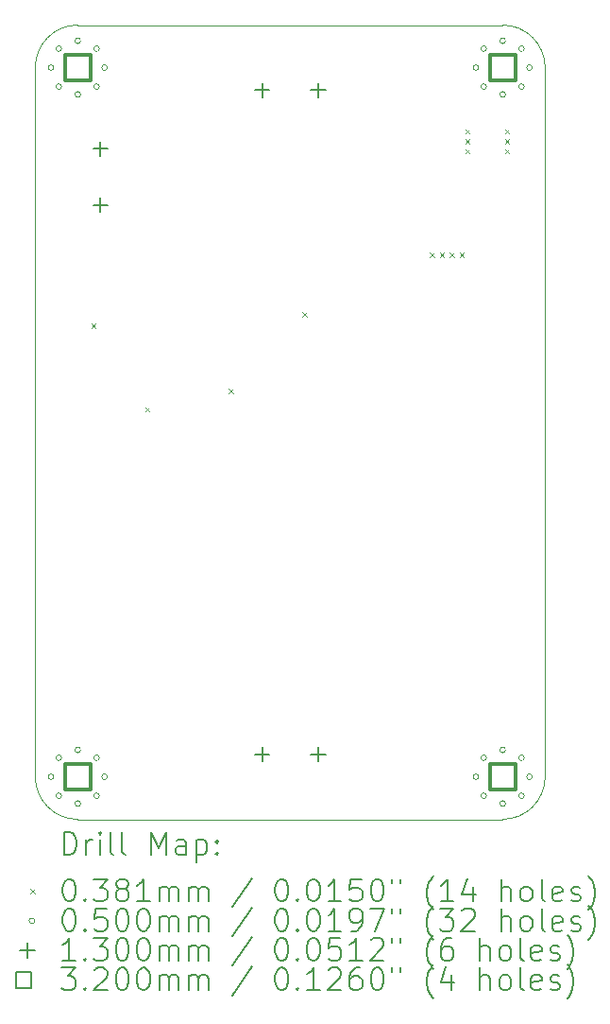
<source format=gbr>
%TF.GenerationSoftware,KiCad,Pcbnew,8.0.9*%
%TF.CreationDate,2025-05-16T13:11:49-04:00*%
%TF.ProjectId,groundside-charging,67726f75-6e64-4736-9964-652d63686172,rev?*%
%TF.SameCoordinates,Original*%
%TF.FileFunction,Drillmap*%
%TF.FilePolarity,Positive*%
%FSLAX45Y45*%
G04 Gerber Fmt 4.5, Leading zero omitted, Abs format (unit mm)*
G04 Created by KiCad (PCBNEW 8.0.9) date 2025-05-16 13:11:49*
%MOMM*%
%LPD*%
G01*
G04 APERTURE LIST*
%ADD10C,0.100000*%
%ADD11C,0.200000*%
%ADD12C,0.130000*%
%ADD13C,0.320000*%
G04 APERTURE END LIST*
D10*
X6908800Y-9220200D02*
X10718800Y-9220200D01*
X11099800Y-15951200D02*
G75*
G02*
X10718800Y-16332200I-381000J0D01*
G01*
X11099800Y-15951200D02*
X11099800Y-9601200D01*
X10718800Y-9220200D02*
G75*
G02*
X11099800Y-9601200I0J-381000D01*
G01*
X6527800Y-9601200D02*
G75*
G02*
X6908800Y-9220200I381000J0D01*
G01*
X10718800Y-16332200D02*
X6908800Y-16332200D01*
X6908800Y-16332200D02*
G75*
G02*
X6527800Y-15951200I0J381000D01*
G01*
X6527800Y-15951200D02*
X6527800Y-9601200D01*
D11*
D10*
X7029450Y-11893550D02*
X7067550Y-11931650D01*
X7067550Y-11893550D02*
X7029450Y-11931650D01*
X7512050Y-12642850D02*
X7550150Y-12680950D01*
X7550150Y-12642850D02*
X7512050Y-12680950D01*
X8261350Y-12477750D02*
X8299450Y-12515850D01*
X8299450Y-12477750D02*
X8261350Y-12515850D01*
X8921750Y-11791950D02*
X8959850Y-11830050D01*
X8959850Y-11791950D02*
X8921750Y-11830050D01*
X10064750Y-11258550D02*
X10102850Y-11296650D01*
X10102850Y-11258550D02*
X10064750Y-11296650D01*
X10153650Y-11258550D02*
X10191750Y-11296650D01*
X10191750Y-11258550D02*
X10153650Y-11296650D01*
X10242550Y-11258550D02*
X10280650Y-11296650D01*
X10280650Y-11258550D02*
X10242550Y-11296650D01*
X10331450Y-11258550D02*
X10369550Y-11296650D01*
X10369550Y-11258550D02*
X10331450Y-11296650D01*
X10382250Y-10153650D02*
X10420350Y-10191750D01*
X10420350Y-10153650D02*
X10382250Y-10191750D01*
X10382250Y-10242550D02*
X10420350Y-10280650D01*
X10420350Y-10242550D02*
X10382250Y-10280650D01*
X10382250Y-10331450D02*
X10420350Y-10369550D01*
X10420350Y-10331450D02*
X10382250Y-10369550D01*
X10737850Y-10153650D02*
X10775950Y-10191750D01*
X10775950Y-10153650D02*
X10737850Y-10191750D01*
X10737850Y-10242550D02*
X10775950Y-10280650D01*
X10775950Y-10242550D02*
X10737850Y-10280650D01*
X10737850Y-10331450D02*
X10775950Y-10369550D01*
X10775950Y-10331450D02*
X10737850Y-10369550D01*
X6693800Y-9601200D02*
G75*
G02*
X6643800Y-9601200I-25000J0D01*
G01*
X6643800Y-9601200D02*
G75*
G02*
X6693800Y-9601200I25000J0D01*
G01*
X6693800Y-15951200D02*
G75*
G02*
X6643800Y-15951200I-25000J0D01*
G01*
X6643800Y-15951200D02*
G75*
G02*
X6693800Y-15951200I25000J0D01*
G01*
X6764094Y-9431494D02*
G75*
G02*
X6714094Y-9431494I-25000J0D01*
G01*
X6714094Y-9431494D02*
G75*
G02*
X6764094Y-9431494I25000J0D01*
G01*
X6764094Y-9770906D02*
G75*
G02*
X6714094Y-9770906I-25000J0D01*
G01*
X6714094Y-9770906D02*
G75*
G02*
X6764094Y-9770906I25000J0D01*
G01*
X6764094Y-15781494D02*
G75*
G02*
X6714094Y-15781494I-25000J0D01*
G01*
X6714094Y-15781494D02*
G75*
G02*
X6764094Y-15781494I25000J0D01*
G01*
X6764094Y-16120906D02*
G75*
G02*
X6714094Y-16120906I-25000J0D01*
G01*
X6714094Y-16120906D02*
G75*
G02*
X6764094Y-16120906I25000J0D01*
G01*
X6933800Y-9361200D02*
G75*
G02*
X6883800Y-9361200I-25000J0D01*
G01*
X6883800Y-9361200D02*
G75*
G02*
X6933800Y-9361200I25000J0D01*
G01*
X6933800Y-9841200D02*
G75*
G02*
X6883800Y-9841200I-25000J0D01*
G01*
X6883800Y-9841200D02*
G75*
G02*
X6933800Y-9841200I25000J0D01*
G01*
X6933800Y-15711200D02*
G75*
G02*
X6883800Y-15711200I-25000J0D01*
G01*
X6883800Y-15711200D02*
G75*
G02*
X6933800Y-15711200I25000J0D01*
G01*
X6933800Y-16191200D02*
G75*
G02*
X6883800Y-16191200I-25000J0D01*
G01*
X6883800Y-16191200D02*
G75*
G02*
X6933800Y-16191200I25000J0D01*
G01*
X7103506Y-9431494D02*
G75*
G02*
X7053506Y-9431494I-25000J0D01*
G01*
X7053506Y-9431494D02*
G75*
G02*
X7103506Y-9431494I25000J0D01*
G01*
X7103506Y-9770906D02*
G75*
G02*
X7053506Y-9770906I-25000J0D01*
G01*
X7053506Y-9770906D02*
G75*
G02*
X7103506Y-9770906I25000J0D01*
G01*
X7103506Y-15781494D02*
G75*
G02*
X7053506Y-15781494I-25000J0D01*
G01*
X7053506Y-15781494D02*
G75*
G02*
X7103506Y-15781494I25000J0D01*
G01*
X7103506Y-16120906D02*
G75*
G02*
X7053506Y-16120906I-25000J0D01*
G01*
X7053506Y-16120906D02*
G75*
G02*
X7103506Y-16120906I25000J0D01*
G01*
X7173800Y-9601200D02*
G75*
G02*
X7123800Y-9601200I-25000J0D01*
G01*
X7123800Y-9601200D02*
G75*
G02*
X7173800Y-9601200I25000J0D01*
G01*
X7173800Y-15951200D02*
G75*
G02*
X7123800Y-15951200I-25000J0D01*
G01*
X7123800Y-15951200D02*
G75*
G02*
X7173800Y-15951200I25000J0D01*
G01*
X10503800Y-9601200D02*
G75*
G02*
X10453800Y-9601200I-25000J0D01*
G01*
X10453800Y-9601200D02*
G75*
G02*
X10503800Y-9601200I25000J0D01*
G01*
X10503800Y-15951200D02*
G75*
G02*
X10453800Y-15951200I-25000J0D01*
G01*
X10453800Y-15951200D02*
G75*
G02*
X10503800Y-15951200I25000J0D01*
G01*
X10574094Y-9431494D02*
G75*
G02*
X10524094Y-9431494I-25000J0D01*
G01*
X10524094Y-9431494D02*
G75*
G02*
X10574094Y-9431494I25000J0D01*
G01*
X10574094Y-9770906D02*
G75*
G02*
X10524094Y-9770906I-25000J0D01*
G01*
X10524094Y-9770906D02*
G75*
G02*
X10574094Y-9770906I25000J0D01*
G01*
X10574094Y-15781494D02*
G75*
G02*
X10524094Y-15781494I-25000J0D01*
G01*
X10524094Y-15781494D02*
G75*
G02*
X10574094Y-15781494I25000J0D01*
G01*
X10574094Y-16120906D02*
G75*
G02*
X10524094Y-16120906I-25000J0D01*
G01*
X10524094Y-16120906D02*
G75*
G02*
X10574094Y-16120906I25000J0D01*
G01*
X10743800Y-9361200D02*
G75*
G02*
X10693800Y-9361200I-25000J0D01*
G01*
X10693800Y-9361200D02*
G75*
G02*
X10743800Y-9361200I25000J0D01*
G01*
X10743800Y-9841200D02*
G75*
G02*
X10693800Y-9841200I-25000J0D01*
G01*
X10693800Y-9841200D02*
G75*
G02*
X10743800Y-9841200I25000J0D01*
G01*
X10743800Y-15711200D02*
G75*
G02*
X10693800Y-15711200I-25000J0D01*
G01*
X10693800Y-15711200D02*
G75*
G02*
X10743800Y-15711200I25000J0D01*
G01*
X10743800Y-16191200D02*
G75*
G02*
X10693800Y-16191200I-25000J0D01*
G01*
X10693800Y-16191200D02*
G75*
G02*
X10743800Y-16191200I25000J0D01*
G01*
X10913506Y-9431494D02*
G75*
G02*
X10863506Y-9431494I-25000J0D01*
G01*
X10863506Y-9431494D02*
G75*
G02*
X10913506Y-9431494I25000J0D01*
G01*
X10913506Y-9770906D02*
G75*
G02*
X10863506Y-9770906I-25000J0D01*
G01*
X10863506Y-9770906D02*
G75*
G02*
X10913506Y-9770906I25000J0D01*
G01*
X10913506Y-15781494D02*
G75*
G02*
X10863506Y-15781494I-25000J0D01*
G01*
X10863506Y-15781494D02*
G75*
G02*
X10913506Y-15781494I25000J0D01*
G01*
X10913506Y-16120906D02*
G75*
G02*
X10863506Y-16120906I-25000J0D01*
G01*
X10863506Y-16120906D02*
G75*
G02*
X10913506Y-16120906I25000J0D01*
G01*
X10983800Y-9601200D02*
G75*
G02*
X10933800Y-9601200I-25000J0D01*
G01*
X10933800Y-9601200D02*
G75*
G02*
X10983800Y-9601200I25000J0D01*
G01*
X10983800Y-15951200D02*
G75*
G02*
X10933800Y-15951200I-25000J0D01*
G01*
X10933800Y-15951200D02*
G75*
G02*
X10983800Y-15951200I25000J0D01*
G01*
D12*
X7111200Y-10264100D02*
X7111200Y-10394100D01*
X7046200Y-10329100D02*
X7176200Y-10329100D01*
X7111200Y-10764100D02*
X7111200Y-10894100D01*
X7046200Y-10829100D02*
X7176200Y-10829100D01*
X8563800Y-9738600D02*
X8563800Y-9868600D01*
X8498800Y-9803600D02*
X8628800Y-9803600D01*
X8563800Y-15683800D02*
X8563800Y-15813800D01*
X8498800Y-15748800D02*
X8628800Y-15748800D01*
X9063800Y-9738600D02*
X9063800Y-9868600D01*
X8998800Y-9803600D02*
X9128800Y-9803600D01*
X9063800Y-15683800D02*
X9063800Y-15813800D01*
X8998800Y-15748800D02*
X9128800Y-15748800D01*
D13*
X7021938Y-9714338D02*
X7021938Y-9488062D01*
X6795662Y-9488062D01*
X6795662Y-9714338D01*
X7021938Y-9714338D01*
X7021938Y-16064338D02*
X7021938Y-15838062D01*
X6795662Y-15838062D01*
X6795662Y-16064338D01*
X7021938Y-16064338D01*
X10831938Y-9714338D02*
X10831938Y-9488062D01*
X10605662Y-9488062D01*
X10605662Y-9714338D01*
X10831938Y-9714338D01*
X10831938Y-16064338D02*
X10831938Y-15838062D01*
X10605662Y-15838062D01*
X10605662Y-16064338D01*
X10831938Y-16064338D01*
D11*
X6783577Y-16648684D02*
X6783577Y-16448684D01*
X6783577Y-16448684D02*
X6831196Y-16448684D01*
X6831196Y-16448684D02*
X6859767Y-16458208D01*
X6859767Y-16458208D02*
X6878815Y-16477255D01*
X6878815Y-16477255D02*
X6888339Y-16496303D01*
X6888339Y-16496303D02*
X6897862Y-16534398D01*
X6897862Y-16534398D02*
X6897862Y-16562969D01*
X6897862Y-16562969D02*
X6888339Y-16601065D01*
X6888339Y-16601065D02*
X6878815Y-16620112D01*
X6878815Y-16620112D02*
X6859767Y-16639160D01*
X6859767Y-16639160D02*
X6831196Y-16648684D01*
X6831196Y-16648684D02*
X6783577Y-16648684D01*
X6983577Y-16648684D02*
X6983577Y-16515350D01*
X6983577Y-16553446D02*
X6993101Y-16534398D01*
X6993101Y-16534398D02*
X7002624Y-16524874D01*
X7002624Y-16524874D02*
X7021672Y-16515350D01*
X7021672Y-16515350D02*
X7040720Y-16515350D01*
X7107386Y-16648684D02*
X7107386Y-16515350D01*
X7107386Y-16448684D02*
X7097862Y-16458208D01*
X7097862Y-16458208D02*
X7107386Y-16467731D01*
X7107386Y-16467731D02*
X7116910Y-16458208D01*
X7116910Y-16458208D02*
X7107386Y-16448684D01*
X7107386Y-16448684D02*
X7107386Y-16467731D01*
X7231196Y-16648684D02*
X7212148Y-16639160D01*
X7212148Y-16639160D02*
X7202624Y-16620112D01*
X7202624Y-16620112D02*
X7202624Y-16448684D01*
X7335958Y-16648684D02*
X7316910Y-16639160D01*
X7316910Y-16639160D02*
X7307386Y-16620112D01*
X7307386Y-16620112D02*
X7307386Y-16448684D01*
X7564529Y-16648684D02*
X7564529Y-16448684D01*
X7564529Y-16448684D02*
X7631196Y-16591541D01*
X7631196Y-16591541D02*
X7697862Y-16448684D01*
X7697862Y-16448684D02*
X7697862Y-16648684D01*
X7878815Y-16648684D02*
X7878815Y-16543922D01*
X7878815Y-16543922D02*
X7869291Y-16524874D01*
X7869291Y-16524874D02*
X7850243Y-16515350D01*
X7850243Y-16515350D02*
X7812148Y-16515350D01*
X7812148Y-16515350D02*
X7793101Y-16524874D01*
X7878815Y-16639160D02*
X7859767Y-16648684D01*
X7859767Y-16648684D02*
X7812148Y-16648684D01*
X7812148Y-16648684D02*
X7793101Y-16639160D01*
X7793101Y-16639160D02*
X7783577Y-16620112D01*
X7783577Y-16620112D02*
X7783577Y-16601065D01*
X7783577Y-16601065D02*
X7793101Y-16582017D01*
X7793101Y-16582017D02*
X7812148Y-16572493D01*
X7812148Y-16572493D02*
X7859767Y-16572493D01*
X7859767Y-16572493D02*
X7878815Y-16562969D01*
X7974053Y-16515350D02*
X7974053Y-16715350D01*
X7974053Y-16524874D02*
X7993101Y-16515350D01*
X7993101Y-16515350D02*
X8031196Y-16515350D01*
X8031196Y-16515350D02*
X8050243Y-16524874D01*
X8050243Y-16524874D02*
X8059767Y-16534398D01*
X8059767Y-16534398D02*
X8069291Y-16553446D01*
X8069291Y-16553446D02*
X8069291Y-16610588D01*
X8069291Y-16610588D02*
X8059767Y-16629636D01*
X8059767Y-16629636D02*
X8050243Y-16639160D01*
X8050243Y-16639160D02*
X8031196Y-16648684D01*
X8031196Y-16648684D02*
X7993101Y-16648684D01*
X7993101Y-16648684D02*
X7974053Y-16639160D01*
X8155005Y-16629636D02*
X8164529Y-16639160D01*
X8164529Y-16639160D02*
X8155005Y-16648684D01*
X8155005Y-16648684D02*
X8145482Y-16639160D01*
X8145482Y-16639160D02*
X8155005Y-16629636D01*
X8155005Y-16629636D02*
X8155005Y-16648684D01*
X8155005Y-16524874D02*
X8164529Y-16534398D01*
X8164529Y-16534398D02*
X8155005Y-16543922D01*
X8155005Y-16543922D02*
X8145482Y-16534398D01*
X8145482Y-16534398D02*
X8155005Y-16524874D01*
X8155005Y-16524874D02*
X8155005Y-16543922D01*
D10*
X6484700Y-16958150D02*
X6522800Y-16996250D01*
X6522800Y-16958150D02*
X6484700Y-16996250D01*
D11*
X6821672Y-16868684D02*
X6840720Y-16868684D01*
X6840720Y-16868684D02*
X6859767Y-16878208D01*
X6859767Y-16878208D02*
X6869291Y-16887731D01*
X6869291Y-16887731D02*
X6878815Y-16906779D01*
X6878815Y-16906779D02*
X6888339Y-16944874D01*
X6888339Y-16944874D02*
X6888339Y-16992493D01*
X6888339Y-16992493D02*
X6878815Y-17030589D01*
X6878815Y-17030589D02*
X6869291Y-17049636D01*
X6869291Y-17049636D02*
X6859767Y-17059160D01*
X6859767Y-17059160D02*
X6840720Y-17068684D01*
X6840720Y-17068684D02*
X6821672Y-17068684D01*
X6821672Y-17068684D02*
X6802624Y-17059160D01*
X6802624Y-17059160D02*
X6793101Y-17049636D01*
X6793101Y-17049636D02*
X6783577Y-17030589D01*
X6783577Y-17030589D02*
X6774053Y-16992493D01*
X6774053Y-16992493D02*
X6774053Y-16944874D01*
X6774053Y-16944874D02*
X6783577Y-16906779D01*
X6783577Y-16906779D02*
X6793101Y-16887731D01*
X6793101Y-16887731D02*
X6802624Y-16878208D01*
X6802624Y-16878208D02*
X6821672Y-16868684D01*
X6974053Y-17049636D02*
X6983577Y-17059160D01*
X6983577Y-17059160D02*
X6974053Y-17068684D01*
X6974053Y-17068684D02*
X6964529Y-17059160D01*
X6964529Y-17059160D02*
X6974053Y-17049636D01*
X6974053Y-17049636D02*
X6974053Y-17068684D01*
X7050243Y-16868684D02*
X7174053Y-16868684D01*
X7174053Y-16868684D02*
X7107386Y-16944874D01*
X7107386Y-16944874D02*
X7135958Y-16944874D01*
X7135958Y-16944874D02*
X7155005Y-16954398D01*
X7155005Y-16954398D02*
X7164529Y-16963922D01*
X7164529Y-16963922D02*
X7174053Y-16982970D01*
X7174053Y-16982970D02*
X7174053Y-17030589D01*
X7174053Y-17030589D02*
X7164529Y-17049636D01*
X7164529Y-17049636D02*
X7155005Y-17059160D01*
X7155005Y-17059160D02*
X7135958Y-17068684D01*
X7135958Y-17068684D02*
X7078815Y-17068684D01*
X7078815Y-17068684D02*
X7059767Y-17059160D01*
X7059767Y-17059160D02*
X7050243Y-17049636D01*
X7288339Y-16954398D02*
X7269291Y-16944874D01*
X7269291Y-16944874D02*
X7259767Y-16935350D01*
X7259767Y-16935350D02*
X7250243Y-16916303D01*
X7250243Y-16916303D02*
X7250243Y-16906779D01*
X7250243Y-16906779D02*
X7259767Y-16887731D01*
X7259767Y-16887731D02*
X7269291Y-16878208D01*
X7269291Y-16878208D02*
X7288339Y-16868684D01*
X7288339Y-16868684D02*
X7326434Y-16868684D01*
X7326434Y-16868684D02*
X7345482Y-16878208D01*
X7345482Y-16878208D02*
X7355005Y-16887731D01*
X7355005Y-16887731D02*
X7364529Y-16906779D01*
X7364529Y-16906779D02*
X7364529Y-16916303D01*
X7364529Y-16916303D02*
X7355005Y-16935350D01*
X7355005Y-16935350D02*
X7345482Y-16944874D01*
X7345482Y-16944874D02*
X7326434Y-16954398D01*
X7326434Y-16954398D02*
X7288339Y-16954398D01*
X7288339Y-16954398D02*
X7269291Y-16963922D01*
X7269291Y-16963922D02*
X7259767Y-16973446D01*
X7259767Y-16973446D02*
X7250243Y-16992493D01*
X7250243Y-16992493D02*
X7250243Y-17030589D01*
X7250243Y-17030589D02*
X7259767Y-17049636D01*
X7259767Y-17049636D02*
X7269291Y-17059160D01*
X7269291Y-17059160D02*
X7288339Y-17068684D01*
X7288339Y-17068684D02*
X7326434Y-17068684D01*
X7326434Y-17068684D02*
X7345482Y-17059160D01*
X7345482Y-17059160D02*
X7355005Y-17049636D01*
X7355005Y-17049636D02*
X7364529Y-17030589D01*
X7364529Y-17030589D02*
X7364529Y-16992493D01*
X7364529Y-16992493D02*
X7355005Y-16973446D01*
X7355005Y-16973446D02*
X7345482Y-16963922D01*
X7345482Y-16963922D02*
X7326434Y-16954398D01*
X7555005Y-17068684D02*
X7440720Y-17068684D01*
X7497862Y-17068684D02*
X7497862Y-16868684D01*
X7497862Y-16868684D02*
X7478815Y-16897255D01*
X7478815Y-16897255D02*
X7459767Y-16916303D01*
X7459767Y-16916303D02*
X7440720Y-16925827D01*
X7640720Y-17068684D02*
X7640720Y-16935350D01*
X7640720Y-16954398D02*
X7650243Y-16944874D01*
X7650243Y-16944874D02*
X7669291Y-16935350D01*
X7669291Y-16935350D02*
X7697863Y-16935350D01*
X7697863Y-16935350D02*
X7716910Y-16944874D01*
X7716910Y-16944874D02*
X7726434Y-16963922D01*
X7726434Y-16963922D02*
X7726434Y-17068684D01*
X7726434Y-16963922D02*
X7735958Y-16944874D01*
X7735958Y-16944874D02*
X7755005Y-16935350D01*
X7755005Y-16935350D02*
X7783577Y-16935350D01*
X7783577Y-16935350D02*
X7802624Y-16944874D01*
X7802624Y-16944874D02*
X7812148Y-16963922D01*
X7812148Y-16963922D02*
X7812148Y-17068684D01*
X7907386Y-17068684D02*
X7907386Y-16935350D01*
X7907386Y-16954398D02*
X7916910Y-16944874D01*
X7916910Y-16944874D02*
X7935958Y-16935350D01*
X7935958Y-16935350D02*
X7964529Y-16935350D01*
X7964529Y-16935350D02*
X7983577Y-16944874D01*
X7983577Y-16944874D02*
X7993101Y-16963922D01*
X7993101Y-16963922D02*
X7993101Y-17068684D01*
X7993101Y-16963922D02*
X8002624Y-16944874D01*
X8002624Y-16944874D02*
X8021672Y-16935350D01*
X8021672Y-16935350D02*
X8050243Y-16935350D01*
X8050243Y-16935350D02*
X8069291Y-16944874D01*
X8069291Y-16944874D02*
X8078815Y-16963922D01*
X8078815Y-16963922D02*
X8078815Y-17068684D01*
X8469291Y-16859160D02*
X8297863Y-17116303D01*
X8726434Y-16868684D02*
X8745482Y-16868684D01*
X8745482Y-16868684D02*
X8764529Y-16878208D01*
X8764529Y-16878208D02*
X8774053Y-16887731D01*
X8774053Y-16887731D02*
X8783577Y-16906779D01*
X8783577Y-16906779D02*
X8793101Y-16944874D01*
X8793101Y-16944874D02*
X8793101Y-16992493D01*
X8793101Y-16992493D02*
X8783577Y-17030589D01*
X8783577Y-17030589D02*
X8774053Y-17049636D01*
X8774053Y-17049636D02*
X8764529Y-17059160D01*
X8764529Y-17059160D02*
X8745482Y-17068684D01*
X8745482Y-17068684D02*
X8726434Y-17068684D01*
X8726434Y-17068684D02*
X8707387Y-17059160D01*
X8707387Y-17059160D02*
X8697863Y-17049636D01*
X8697863Y-17049636D02*
X8688339Y-17030589D01*
X8688339Y-17030589D02*
X8678815Y-16992493D01*
X8678815Y-16992493D02*
X8678815Y-16944874D01*
X8678815Y-16944874D02*
X8688339Y-16906779D01*
X8688339Y-16906779D02*
X8697863Y-16887731D01*
X8697863Y-16887731D02*
X8707387Y-16878208D01*
X8707387Y-16878208D02*
X8726434Y-16868684D01*
X8878815Y-17049636D02*
X8888339Y-17059160D01*
X8888339Y-17059160D02*
X8878815Y-17068684D01*
X8878815Y-17068684D02*
X8869291Y-17059160D01*
X8869291Y-17059160D02*
X8878815Y-17049636D01*
X8878815Y-17049636D02*
X8878815Y-17068684D01*
X9012148Y-16868684D02*
X9031196Y-16868684D01*
X9031196Y-16868684D02*
X9050244Y-16878208D01*
X9050244Y-16878208D02*
X9059768Y-16887731D01*
X9059768Y-16887731D02*
X9069291Y-16906779D01*
X9069291Y-16906779D02*
X9078815Y-16944874D01*
X9078815Y-16944874D02*
X9078815Y-16992493D01*
X9078815Y-16992493D02*
X9069291Y-17030589D01*
X9069291Y-17030589D02*
X9059768Y-17049636D01*
X9059768Y-17049636D02*
X9050244Y-17059160D01*
X9050244Y-17059160D02*
X9031196Y-17068684D01*
X9031196Y-17068684D02*
X9012148Y-17068684D01*
X9012148Y-17068684D02*
X8993101Y-17059160D01*
X8993101Y-17059160D02*
X8983577Y-17049636D01*
X8983577Y-17049636D02*
X8974053Y-17030589D01*
X8974053Y-17030589D02*
X8964529Y-16992493D01*
X8964529Y-16992493D02*
X8964529Y-16944874D01*
X8964529Y-16944874D02*
X8974053Y-16906779D01*
X8974053Y-16906779D02*
X8983577Y-16887731D01*
X8983577Y-16887731D02*
X8993101Y-16878208D01*
X8993101Y-16878208D02*
X9012148Y-16868684D01*
X9269291Y-17068684D02*
X9155006Y-17068684D01*
X9212148Y-17068684D02*
X9212148Y-16868684D01*
X9212148Y-16868684D02*
X9193101Y-16897255D01*
X9193101Y-16897255D02*
X9174053Y-16916303D01*
X9174053Y-16916303D02*
X9155006Y-16925827D01*
X9450244Y-16868684D02*
X9355006Y-16868684D01*
X9355006Y-16868684D02*
X9345482Y-16963922D01*
X9345482Y-16963922D02*
X9355006Y-16954398D01*
X9355006Y-16954398D02*
X9374053Y-16944874D01*
X9374053Y-16944874D02*
X9421672Y-16944874D01*
X9421672Y-16944874D02*
X9440720Y-16954398D01*
X9440720Y-16954398D02*
X9450244Y-16963922D01*
X9450244Y-16963922D02*
X9459768Y-16982970D01*
X9459768Y-16982970D02*
X9459768Y-17030589D01*
X9459768Y-17030589D02*
X9450244Y-17049636D01*
X9450244Y-17049636D02*
X9440720Y-17059160D01*
X9440720Y-17059160D02*
X9421672Y-17068684D01*
X9421672Y-17068684D02*
X9374053Y-17068684D01*
X9374053Y-17068684D02*
X9355006Y-17059160D01*
X9355006Y-17059160D02*
X9345482Y-17049636D01*
X9583577Y-16868684D02*
X9602625Y-16868684D01*
X9602625Y-16868684D02*
X9621672Y-16878208D01*
X9621672Y-16878208D02*
X9631196Y-16887731D01*
X9631196Y-16887731D02*
X9640720Y-16906779D01*
X9640720Y-16906779D02*
X9650244Y-16944874D01*
X9650244Y-16944874D02*
X9650244Y-16992493D01*
X9650244Y-16992493D02*
X9640720Y-17030589D01*
X9640720Y-17030589D02*
X9631196Y-17049636D01*
X9631196Y-17049636D02*
X9621672Y-17059160D01*
X9621672Y-17059160D02*
X9602625Y-17068684D01*
X9602625Y-17068684D02*
X9583577Y-17068684D01*
X9583577Y-17068684D02*
X9564529Y-17059160D01*
X9564529Y-17059160D02*
X9555006Y-17049636D01*
X9555006Y-17049636D02*
X9545482Y-17030589D01*
X9545482Y-17030589D02*
X9535958Y-16992493D01*
X9535958Y-16992493D02*
X9535958Y-16944874D01*
X9535958Y-16944874D02*
X9545482Y-16906779D01*
X9545482Y-16906779D02*
X9555006Y-16887731D01*
X9555006Y-16887731D02*
X9564529Y-16878208D01*
X9564529Y-16878208D02*
X9583577Y-16868684D01*
X9726434Y-16868684D02*
X9726434Y-16906779D01*
X9802625Y-16868684D02*
X9802625Y-16906779D01*
X10097863Y-17144874D02*
X10088339Y-17135350D01*
X10088339Y-17135350D02*
X10069291Y-17106779D01*
X10069291Y-17106779D02*
X10059768Y-17087731D01*
X10059768Y-17087731D02*
X10050244Y-17059160D01*
X10050244Y-17059160D02*
X10040720Y-17011541D01*
X10040720Y-17011541D02*
X10040720Y-16973446D01*
X10040720Y-16973446D02*
X10050244Y-16925827D01*
X10050244Y-16925827D02*
X10059768Y-16897255D01*
X10059768Y-16897255D02*
X10069291Y-16878208D01*
X10069291Y-16878208D02*
X10088339Y-16849636D01*
X10088339Y-16849636D02*
X10097863Y-16840112D01*
X10278815Y-17068684D02*
X10164530Y-17068684D01*
X10221672Y-17068684D02*
X10221672Y-16868684D01*
X10221672Y-16868684D02*
X10202625Y-16897255D01*
X10202625Y-16897255D02*
X10183577Y-16916303D01*
X10183577Y-16916303D02*
X10164530Y-16925827D01*
X10450244Y-16935350D02*
X10450244Y-17068684D01*
X10402625Y-16859160D02*
X10355006Y-17002017D01*
X10355006Y-17002017D02*
X10478815Y-17002017D01*
X10707387Y-17068684D02*
X10707387Y-16868684D01*
X10793101Y-17068684D02*
X10793101Y-16963922D01*
X10793101Y-16963922D02*
X10783577Y-16944874D01*
X10783577Y-16944874D02*
X10764530Y-16935350D01*
X10764530Y-16935350D02*
X10735958Y-16935350D01*
X10735958Y-16935350D02*
X10716911Y-16944874D01*
X10716911Y-16944874D02*
X10707387Y-16954398D01*
X10916911Y-17068684D02*
X10897863Y-17059160D01*
X10897863Y-17059160D02*
X10888339Y-17049636D01*
X10888339Y-17049636D02*
X10878815Y-17030589D01*
X10878815Y-17030589D02*
X10878815Y-16973446D01*
X10878815Y-16973446D02*
X10888339Y-16954398D01*
X10888339Y-16954398D02*
X10897863Y-16944874D01*
X10897863Y-16944874D02*
X10916911Y-16935350D01*
X10916911Y-16935350D02*
X10945482Y-16935350D01*
X10945482Y-16935350D02*
X10964530Y-16944874D01*
X10964530Y-16944874D02*
X10974053Y-16954398D01*
X10974053Y-16954398D02*
X10983577Y-16973446D01*
X10983577Y-16973446D02*
X10983577Y-17030589D01*
X10983577Y-17030589D02*
X10974053Y-17049636D01*
X10974053Y-17049636D02*
X10964530Y-17059160D01*
X10964530Y-17059160D02*
X10945482Y-17068684D01*
X10945482Y-17068684D02*
X10916911Y-17068684D01*
X11097863Y-17068684D02*
X11078815Y-17059160D01*
X11078815Y-17059160D02*
X11069292Y-17040112D01*
X11069292Y-17040112D02*
X11069292Y-16868684D01*
X11250244Y-17059160D02*
X11231196Y-17068684D01*
X11231196Y-17068684D02*
X11193101Y-17068684D01*
X11193101Y-17068684D02*
X11174053Y-17059160D01*
X11174053Y-17059160D02*
X11164530Y-17040112D01*
X11164530Y-17040112D02*
X11164530Y-16963922D01*
X11164530Y-16963922D02*
X11174053Y-16944874D01*
X11174053Y-16944874D02*
X11193101Y-16935350D01*
X11193101Y-16935350D02*
X11231196Y-16935350D01*
X11231196Y-16935350D02*
X11250244Y-16944874D01*
X11250244Y-16944874D02*
X11259768Y-16963922D01*
X11259768Y-16963922D02*
X11259768Y-16982970D01*
X11259768Y-16982970D02*
X11164530Y-17002017D01*
X11335958Y-17059160D02*
X11355006Y-17068684D01*
X11355006Y-17068684D02*
X11393101Y-17068684D01*
X11393101Y-17068684D02*
X11412149Y-17059160D01*
X11412149Y-17059160D02*
X11421672Y-17040112D01*
X11421672Y-17040112D02*
X11421672Y-17030589D01*
X11421672Y-17030589D02*
X11412149Y-17011541D01*
X11412149Y-17011541D02*
X11393101Y-17002017D01*
X11393101Y-17002017D02*
X11364530Y-17002017D01*
X11364530Y-17002017D02*
X11345482Y-16992493D01*
X11345482Y-16992493D02*
X11335958Y-16973446D01*
X11335958Y-16973446D02*
X11335958Y-16963922D01*
X11335958Y-16963922D02*
X11345482Y-16944874D01*
X11345482Y-16944874D02*
X11364530Y-16935350D01*
X11364530Y-16935350D02*
X11393101Y-16935350D01*
X11393101Y-16935350D02*
X11412149Y-16944874D01*
X11488339Y-17144874D02*
X11497863Y-17135350D01*
X11497863Y-17135350D02*
X11516911Y-17106779D01*
X11516911Y-17106779D02*
X11526434Y-17087731D01*
X11526434Y-17087731D02*
X11535958Y-17059160D01*
X11535958Y-17059160D02*
X11545482Y-17011541D01*
X11545482Y-17011541D02*
X11545482Y-16973446D01*
X11545482Y-16973446D02*
X11535958Y-16925827D01*
X11535958Y-16925827D02*
X11526434Y-16897255D01*
X11526434Y-16897255D02*
X11516911Y-16878208D01*
X11516911Y-16878208D02*
X11497863Y-16849636D01*
X11497863Y-16849636D02*
X11488339Y-16840112D01*
D10*
X6522800Y-17241200D02*
G75*
G02*
X6472800Y-17241200I-25000J0D01*
G01*
X6472800Y-17241200D02*
G75*
G02*
X6522800Y-17241200I25000J0D01*
G01*
D11*
X6821672Y-17132684D02*
X6840720Y-17132684D01*
X6840720Y-17132684D02*
X6859767Y-17142208D01*
X6859767Y-17142208D02*
X6869291Y-17151731D01*
X6869291Y-17151731D02*
X6878815Y-17170779D01*
X6878815Y-17170779D02*
X6888339Y-17208874D01*
X6888339Y-17208874D02*
X6888339Y-17256493D01*
X6888339Y-17256493D02*
X6878815Y-17294589D01*
X6878815Y-17294589D02*
X6869291Y-17313636D01*
X6869291Y-17313636D02*
X6859767Y-17323160D01*
X6859767Y-17323160D02*
X6840720Y-17332684D01*
X6840720Y-17332684D02*
X6821672Y-17332684D01*
X6821672Y-17332684D02*
X6802624Y-17323160D01*
X6802624Y-17323160D02*
X6793101Y-17313636D01*
X6793101Y-17313636D02*
X6783577Y-17294589D01*
X6783577Y-17294589D02*
X6774053Y-17256493D01*
X6774053Y-17256493D02*
X6774053Y-17208874D01*
X6774053Y-17208874D02*
X6783577Y-17170779D01*
X6783577Y-17170779D02*
X6793101Y-17151731D01*
X6793101Y-17151731D02*
X6802624Y-17142208D01*
X6802624Y-17142208D02*
X6821672Y-17132684D01*
X6974053Y-17313636D02*
X6983577Y-17323160D01*
X6983577Y-17323160D02*
X6974053Y-17332684D01*
X6974053Y-17332684D02*
X6964529Y-17323160D01*
X6964529Y-17323160D02*
X6974053Y-17313636D01*
X6974053Y-17313636D02*
X6974053Y-17332684D01*
X7164529Y-17132684D02*
X7069291Y-17132684D01*
X7069291Y-17132684D02*
X7059767Y-17227922D01*
X7059767Y-17227922D02*
X7069291Y-17218398D01*
X7069291Y-17218398D02*
X7088339Y-17208874D01*
X7088339Y-17208874D02*
X7135958Y-17208874D01*
X7135958Y-17208874D02*
X7155005Y-17218398D01*
X7155005Y-17218398D02*
X7164529Y-17227922D01*
X7164529Y-17227922D02*
X7174053Y-17246970D01*
X7174053Y-17246970D02*
X7174053Y-17294589D01*
X7174053Y-17294589D02*
X7164529Y-17313636D01*
X7164529Y-17313636D02*
X7155005Y-17323160D01*
X7155005Y-17323160D02*
X7135958Y-17332684D01*
X7135958Y-17332684D02*
X7088339Y-17332684D01*
X7088339Y-17332684D02*
X7069291Y-17323160D01*
X7069291Y-17323160D02*
X7059767Y-17313636D01*
X7297862Y-17132684D02*
X7316910Y-17132684D01*
X7316910Y-17132684D02*
X7335958Y-17142208D01*
X7335958Y-17142208D02*
X7345482Y-17151731D01*
X7345482Y-17151731D02*
X7355005Y-17170779D01*
X7355005Y-17170779D02*
X7364529Y-17208874D01*
X7364529Y-17208874D02*
X7364529Y-17256493D01*
X7364529Y-17256493D02*
X7355005Y-17294589D01*
X7355005Y-17294589D02*
X7345482Y-17313636D01*
X7345482Y-17313636D02*
X7335958Y-17323160D01*
X7335958Y-17323160D02*
X7316910Y-17332684D01*
X7316910Y-17332684D02*
X7297862Y-17332684D01*
X7297862Y-17332684D02*
X7278815Y-17323160D01*
X7278815Y-17323160D02*
X7269291Y-17313636D01*
X7269291Y-17313636D02*
X7259767Y-17294589D01*
X7259767Y-17294589D02*
X7250243Y-17256493D01*
X7250243Y-17256493D02*
X7250243Y-17208874D01*
X7250243Y-17208874D02*
X7259767Y-17170779D01*
X7259767Y-17170779D02*
X7269291Y-17151731D01*
X7269291Y-17151731D02*
X7278815Y-17142208D01*
X7278815Y-17142208D02*
X7297862Y-17132684D01*
X7488339Y-17132684D02*
X7507386Y-17132684D01*
X7507386Y-17132684D02*
X7526434Y-17142208D01*
X7526434Y-17142208D02*
X7535958Y-17151731D01*
X7535958Y-17151731D02*
X7545482Y-17170779D01*
X7545482Y-17170779D02*
X7555005Y-17208874D01*
X7555005Y-17208874D02*
X7555005Y-17256493D01*
X7555005Y-17256493D02*
X7545482Y-17294589D01*
X7545482Y-17294589D02*
X7535958Y-17313636D01*
X7535958Y-17313636D02*
X7526434Y-17323160D01*
X7526434Y-17323160D02*
X7507386Y-17332684D01*
X7507386Y-17332684D02*
X7488339Y-17332684D01*
X7488339Y-17332684D02*
X7469291Y-17323160D01*
X7469291Y-17323160D02*
X7459767Y-17313636D01*
X7459767Y-17313636D02*
X7450243Y-17294589D01*
X7450243Y-17294589D02*
X7440720Y-17256493D01*
X7440720Y-17256493D02*
X7440720Y-17208874D01*
X7440720Y-17208874D02*
X7450243Y-17170779D01*
X7450243Y-17170779D02*
X7459767Y-17151731D01*
X7459767Y-17151731D02*
X7469291Y-17142208D01*
X7469291Y-17142208D02*
X7488339Y-17132684D01*
X7640720Y-17332684D02*
X7640720Y-17199350D01*
X7640720Y-17218398D02*
X7650243Y-17208874D01*
X7650243Y-17208874D02*
X7669291Y-17199350D01*
X7669291Y-17199350D02*
X7697863Y-17199350D01*
X7697863Y-17199350D02*
X7716910Y-17208874D01*
X7716910Y-17208874D02*
X7726434Y-17227922D01*
X7726434Y-17227922D02*
X7726434Y-17332684D01*
X7726434Y-17227922D02*
X7735958Y-17208874D01*
X7735958Y-17208874D02*
X7755005Y-17199350D01*
X7755005Y-17199350D02*
X7783577Y-17199350D01*
X7783577Y-17199350D02*
X7802624Y-17208874D01*
X7802624Y-17208874D02*
X7812148Y-17227922D01*
X7812148Y-17227922D02*
X7812148Y-17332684D01*
X7907386Y-17332684D02*
X7907386Y-17199350D01*
X7907386Y-17218398D02*
X7916910Y-17208874D01*
X7916910Y-17208874D02*
X7935958Y-17199350D01*
X7935958Y-17199350D02*
X7964529Y-17199350D01*
X7964529Y-17199350D02*
X7983577Y-17208874D01*
X7983577Y-17208874D02*
X7993101Y-17227922D01*
X7993101Y-17227922D02*
X7993101Y-17332684D01*
X7993101Y-17227922D02*
X8002624Y-17208874D01*
X8002624Y-17208874D02*
X8021672Y-17199350D01*
X8021672Y-17199350D02*
X8050243Y-17199350D01*
X8050243Y-17199350D02*
X8069291Y-17208874D01*
X8069291Y-17208874D02*
X8078815Y-17227922D01*
X8078815Y-17227922D02*
X8078815Y-17332684D01*
X8469291Y-17123160D02*
X8297863Y-17380303D01*
X8726434Y-17132684D02*
X8745482Y-17132684D01*
X8745482Y-17132684D02*
X8764529Y-17142208D01*
X8764529Y-17142208D02*
X8774053Y-17151731D01*
X8774053Y-17151731D02*
X8783577Y-17170779D01*
X8783577Y-17170779D02*
X8793101Y-17208874D01*
X8793101Y-17208874D02*
X8793101Y-17256493D01*
X8793101Y-17256493D02*
X8783577Y-17294589D01*
X8783577Y-17294589D02*
X8774053Y-17313636D01*
X8774053Y-17313636D02*
X8764529Y-17323160D01*
X8764529Y-17323160D02*
X8745482Y-17332684D01*
X8745482Y-17332684D02*
X8726434Y-17332684D01*
X8726434Y-17332684D02*
X8707387Y-17323160D01*
X8707387Y-17323160D02*
X8697863Y-17313636D01*
X8697863Y-17313636D02*
X8688339Y-17294589D01*
X8688339Y-17294589D02*
X8678815Y-17256493D01*
X8678815Y-17256493D02*
X8678815Y-17208874D01*
X8678815Y-17208874D02*
X8688339Y-17170779D01*
X8688339Y-17170779D02*
X8697863Y-17151731D01*
X8697863Y-17151731D02*
X8707387Y-17142208D01*
X8707387Y-17142208D02*
X8726434Y-17132684D01*
X8878815Y-17313636D02*
X8888339Y-17323160D01*
X8888339Y-17323160D02*
X8878815Y-17332684D01*
X8878815Y-17332684D02*
X8869291Y-17323160D01*
X8869291Y-17323160D02*
X8878815Y-17313636D01*
X8878815Y-17313636D02*
X8878815Y-17332684D01*
X9012148Y-17132684D02*
X9031196Y-17132684D01*
X9031196Y-17132684D02*
X9050244Y-17142208D01*
X9050244Y-17142208D02*
X9059768Y-17151731D01*
X9059768Y-17151731D02*
X9069291Y-17170779D01*
X9069291Y-17170779D02*
X9078815Y-17208874D01*
X9078815Y-17208874D02*
X9078815Y-17256493D01*
X9078815Y-17256493D02*
X9069291Y-17294589D01*
X9069291Y-17294589D02*
X9059768Y-17313636D01*
X9059768Y-17313636D02*
X9050244Y-17323160D01*
X9050244Y-17323160D02*
X9031196Y-17332684D01*
X9031196Y-17332684D02*
X9012148Y-17332684D01*
X9012148Y-17332684D02*
X8993101Y-17323160D01*
X8993101Y-17323160D02*
X8983577Y-17313636D01*
X8983577Y-17313636D02*
X8974053Y-17294589D01*
X8974053Y-17294589D02*
X8964529Y-17256493D01*
X8964529Y-17256493D02*
X8964529Y-17208874D01*
X8964529Y-17208874D02*
X8974053Y-17170779D01*
X8974053Y-17170779D02*
X8983577Y-17151731D01*
X8983577Y-17151731D02*
X8993101Y-17142208D01*
X8993101Y-17142208D02*
X9012148Y-17132684D01*
X9269291Y-17332684D02*
X9155006Y-17332684D01*
X9212148Y-17332684D02*
X9212148Y-17132684D01*
X9212148Y-17132684D02*
X9193101Y-17161255D01*
X9193101Y-17161255D02*
X9174053Y-17180303D01*
X9174053Y-17180303D02*
X9155006Y-17189827D01*
X9364529Y-17332684D02*
X9402625Y-17332684D01*
X9402625Y-17332684D02*
X9421672Y-17323160D01*
X9421672Y-17323160D02*
X9431196Y-17313636D01*
X9431196Y-17313636D02*
X9450244Y-17285065D01*
X9450244Y-17285065D02*
X9459768Y-17246970D01*
X9459768Y-17246970D02*
X9459768Y-17170779D01*
X9459768Y-17170779D02*
X9450244Y-17151731D01*
X9450244Y-17151731D02*
X9440720Y-17142208D01*
X9440720Y-17142208D02*
X9421672Y-17132684D01*
X9421672Y-17132684D02*
X9383577Y-17132684D01*
X9383577Y-17132684D02*
X9364529Y-17142208D01*
X9364529Y-17142208D02*
X9355006Y-17151731D01*
X9355006Y-17151731D02*
X9345482Y-17170779D01*
X9345482Y-17170779D02*
X9345482Y-17218398D01*
X9345482Y-17218398D02*
X9355006Y-17237446D01*
X9355006Y-17237446D02*
X9364529Y-17246970D01*
X9364529Y-17246970D02*
X9383577Y-17256493D01*
X9383577Y-17256493D02*
X9421672Y-17256493D01*
X9421672Y-17256493D02*
X9440720Y-17246970D01*
X9440720Y-17246970D02*
X9450244Y-17237446D01*
X9450244Y-17237446D02*
X9459768Y-17218398D01*
X9526434Y-17132684D02*
X9659768Y-17132684D01*
X9659768Y-17132684D02*
X9574053Y-17332684D01*
X9726434Y-17132684D02*
X9726434Y-17170779D01*
X9802625Y-17132684D02*
X9802625Y-17170779D01*
X10097863Y-17408874D02*
X10088339Y-17399350D01*
X10088339Y-17399350D02*
X10069291Y-17370779D01*
X10069291Y-17370779D02*
X10059768Y-17351731D01*
X10059768Y-17351731D02*
X10050244Y-17323160D01*
X10050244Y-17323160D02*
X10040720Y-17275541D01*
X10040720Y-17275541D02*
X10040720Y-17237446D01*
X10040720Y-17237446D02*
X10050244Y-17189827D01*
X10050244Y-17189827D02*
X10059768Y-17161255D01*
X10059768Y-17161255D02*
X10069291Y-17142208D01*
X10069291Y-17142208D02*
X10088339Y-17113636D01*
X10088339Y-17113636D02*
X10097863Y-17104112D01*
X10155006Y-17132684D02*
X10278815Y-17132684D01*
X10278815Y-17132684D02*
X10212149Y-17208874D01*
X10212149Y-17208874D02*
X10240720Y-17208874D01*
X10240720Y-17208874D02*
X10259768Y-17218398D01*
X10259768Y-17218398D02*
X10269291Y-17227922D01*
X10269291Y-17227922D02*
X10278815Y-17246970D01*
X10278815Y-17246970D02*
X10278815Y-17294589D01*
X10278815Y-17294589D02*
X10269291Y-17313636D01*
X10269291Y-17313636D02*
X10259768Y-17323160D01*
X10259768Y-17323160D02*
X10240720Y-17332684D01*
X10240720Y-17332684D02*
X10183577Y-17332684D01*
X10183577Y-17332684D02*
X10164530Y-17323160D01*
X10164530Y-17323160D02*
X10155006Y-17313636D01*
X10355006Y-17151731D02*
X10364530Y-17142208D01*
X10364530Y-17142208D02*
X10383577Y-17132684D01*
X10383577Y-17132684D02*
X10431196Y-17132684D01*
X10431196Y-17132684D02*
X10450244Y-17142208D01*
X10450244Y-17142208D02*
X10459768Y-17151731D01*
X10459768Y-17151731D02*
X10469291Y-17170779D01*
X10469291Y-17170779D02*
X10469291Y-17189827D01*
X10469291Y-17189827D02*
X10459768Y-17218398D01*
X10459768Y-17218398D02*
X10345482Y-17332684D01*
X10345482Y-17332684D02*
X10469291Y-17332684D01*
X10707387Y-17332684D02*
X10707387Y-17132684D01*
X10793101Y-17332684D02*
X10793101Y-17227922D01*
X10793101Y-17227922D02*
X10783577Y-17208874D01*
X10783577Y-17208874D02*
X10764530Y-17199350D01*
X10764530Y-17199350D02*
X10735958Y-17199350D01*
X10735958Y-17199350D02*
X10716911Y-17208874D01*
X10716911Y-17208874D02*
X10707387Y-17218398D01*
X10916911Y-17332684D02*
X10897863Y-17323160D01*
X10897863Y-17323160D02*
X10888339Y-17313636D01*
X10888339Y-17313636D02*
X10878815Y-17294589D01*
X10878815Y-17294589D02*
X10878815Y-17237446D01*
X10878815Y-17237446D02*
X10888339Y-17218398D01*
X10888339Y-17218398D02*
X10897863Y-17208874D01*
X10897863Y-17208874D02*
X10916911Y-17199350D01*
X10916911Y-17199350D02*
X10945482Y-17199350D01*
X10945482Y-17199350D02*
X10964530Y-17208874D01*
X10964530Y-17208874D02*
X10974053Y-17218398D01*
X10974053Y-17218398D02*
X10983577Y-17237446D01*
X10983577Y-17237446D02*
X10983577Y-17294589D01*
X10983577Y-17294589D02*
X10974053Y-17313636D01*
X10974053Y-17313636D02*
X10964530Y-17323160D01*
X10964530Y-17323160D02*
X10945482Y-17332684D01*
X10945482Y-17332684D02*
X10916911Y-17332684D01*
X11097863Y-17332684D02*
X11078815Y-17323160D01*
X11078815Y-17323160D02*
X11069292Y-17304112D01*
X11069292Y-17304112D02*
X11069292Y-17132684D01*
X11250244Y-17323160D02*
X11231196Y-17332684D01*
X11231196Y-17332684D02*
X11193101Y-17332684D01*
X11193101Y-17332684D02*
X11174053Y-17323160D01*
X11174053Y-17323160D02*
X11164530Y-17304112D01*
X11164530Y-17304112D02*
X11164530Y-17227922D01*
X11164530Y-17227922D02*
X11174053Y-17208874D01*
X11174053Y-17208874D02*
X11193101Y-17199350D01*
X11193101Y-17199350D02*
X11231196Y-17199350D01*
X11231196Y-17199350D02*
X11250244Y-17208874D01*
X11250244Y-17208874D02*
X11259768Y-17227922D01*
X11259768Y-17227922D02*
X11259768Y-17246970D01*
X11259768Y-17246970D02*
X11164530Y-17266017D01*
X11335958Y-17323160D02*
X11355006Y-17332684D01*
X11355006Y-17332684D02*
X11393101Y-17332684D01*
X11393101Y-17332684D02*
X11412149Y-17323160D01*
X11412149Y-17323160D02*
X11421672Y-17304112D01*
X11421672Y-17304112D02*
X11421672Y-17294589D01*
X11421672Y-17294589D02*
X11412149Y-17275541D01*
X11412149Y-17275541D02*
X11393101Y-17266017D01*
X11393101Y-17266017D02*
X11364530Y-17266017D01*
X11364530Y-17266017D02*
X11345482Y-17256493D01*
X11345482Y-17256493D02*
X11335958Y-17237446D01*
X11335958Y-17237446D02*
X11335958Y-17227922D01*
X11335958Y-17227922D02*
X11345482Y-17208874D01*
X11345482Y-17208874D02*
X11364530Y-17199350D01*
X11364530Y-17199350D02*
X11393101Y-17199350D01*
X11393101Y-17199350D02*
X11412149Y-17208874D01*
X11488339Y-17408874D02*
X11497863Y-17399350D01*
X11497863Y-17399350D02*
X11516911Y-17370779D01*
X11516911Y-17370779D02*
X11526434Y-17351731D01*
X11526434Y-17351731D02*
X11535958Y-17323160D01*
X11535958Y-17323160D02*
X11545482Y-17275541D01*
X11545482Y-17275541D02*
X11545482Y-17237446D01*
X11545482Y-17237446D02*
X11535958Y-17189827D01*
X11535958Y-17189827D02*
X11526434Y-17161255D01*
X11526434Y-17161255D02*
X11516911Y-17142208D01*
X11516911Y-17142208D02*
X11497863Y-17113636D01*
X11497863Y-17113636D02*
X11488339Y-17104112D01*
D12*
X6457800Y-17440200D02*
X6457800Y-17570200D01*
X6392800Y-17505200D02*
X6522800Y-17505200D01*
D11*
X6888339Y-17596684D02*
X6774053Y-17596684D01*
X6831196Y-17596684D02*
X6831196Y-17396684D01*
X6831196Y-17396684D02*
X6812148Y-17425255D01*
X6812148Y-17425255D02*
X6793101Y-17444303D01*
X6793101Y-17444303D02*
X6774053Y-17453827D01*
X6974053Y-17577636D02*
X6983577Y-17587160D01*
X6983577Y-17587160D02*
X6974053Y-17596684D01*
X6974053Y-17596684D02*
X6964529Y-17587160D01*
X6964529Y-17587160D02*
X6974053Y-17577636D01*
X6974053Y-17577636D02*
X6974053Y-17596684D01*
X7050243Y-17396684D02*
X7174053Y-17396684D01*
X7174053Y-17396684D02*
X7107386Y-17472874D01*
X7107386Y-17472874D02*
X7135958Y-17472874D01*
X7135958Y-17472874D02*
X7155005Y-17482398D01*
X7155005Y-17482398D02*
X7164529Y-17491922D01*
X7164529Y-17491922D02*
X7174053Y-17510970D01*
X7174053Y-17510970D02*
X7174053Y-17558589D01*
X7174053Y-17558589D02*
X7164529Y-17577636D01*
X7164529Y-17577636D02*
X7155005Y-17587160D01*
X7155005Y-17587160D02*
X7135958Y-17596684D01*
X7135958Y-17596684D02*
X7078815Y-17596684D01*
X7078815Y-17596684D02*
X7059767Y-17587160D01*
X7059767Y-17587160D02*
X7050243Y-17577636D01*
X7297862Y-17396684D02*
X7316910Y-17396684D01*
X7316910Y-17396684D02*
X7335958Y-17406208D01*
X7335958Y-17406208D02*
X7345482Y-17415731D01*
X7345482Y-17415731D02*
X7355005Y-17434779D01*
X7355005Y-17434779D02*
X7364529Y-17472874D01*
X7364529Y-17472874D02*
X7364529Y-17520493D01*
X7364529Y-17520493D02*
X7355005Y-17558589D01*
X7355005Y-17558589D02*
X7345482Y-17577636D01*
X7345482Y-17577636D02*
X7335958Y-17587160D01*
X7335958Y-17587160D02*
X7316910Y-17596684D01*
X7316910Y-17596684D02*
X7297862Y-17596684D01*
X7297862Y-17596684D02*
X7278815Y-17587160D01*
X7278815Y-17587160D02*
X7269291Y-17577636D01*
X7269291Y-17577636D02*
X7259767Y-17558589D01*
X7259767Y-17558589D02*
X7250243Y-17520493D01*
X7250243Y-17520493D02*
X7250243Y-17472874D01*
X7250243Y-17472874D02*
X7259767Y-17434779D01*
X7259767Y-17434779D02*
X7269291Y-17415731D01*
X7269291Y-17415731D02*
X7278815Y-17406208D01*
X7278815Y-17406208D02*
X7297862Y-17396684D01*
X7488339Y-17396684D02*
X7507386Y-17396684D01*
X7507386Y-17396684D02*
X7526434Y-17406208D01*
X7526434Y-17406208D02*
X7535958Y-17415731D01*
X7535958Y-17415731D02*
X7545482Y-17434779D01*
X7545482Y-17434779D02*
X7555005Y-17472874D01*
X7555005Y-17472874D02*
X7555005Y-17520493D01*
X7555005Y-17520493D02*
X7545482Y-17558589D01*
X7545482Y-17558589D02*
X7535958Y-17577636D01*
X7535958Y-17577636D02*
X7526434Y-17587160D01*
X7526434Y-17587160D02*
X7507386Y-17596684D01*
X7507386Y-17596684D02*
X7488339Y-17596684D01*
X7488339Y-17596684D02*
X7469291Y-17587160D01*
X7469291Y-17587160D02*
X7459767Y-17577636D01*
X7459767Y-17577636D02*
X7450243Y-17558589D01*
X7450243Y-17558589D02*
X7440720Y-17520493D01*
X7440720Y-17520493D02*
X7440720Y-17472874D01*
X7440720Y-17472874D02*
X7450243Y-17434779D01*
X7450243Y-17434779D02*
X7459767Y-17415731D01*
X7459767Y-17415731D02*
X7469291Y-17406208D01*
X7469291Y-17406208D02*
X7488339Y-17396684D01*
X7640720Y-17596684D02*
X7640720Y-17463350D01*
X7640720Y-17482398D02*
X7650243Y-17472874D01*
X7650243Y-17472874D02*
X7669291Y-17463350D01*
X7669291Y-17463350D02*
X7697863Y-17463350D01*
X7697863Y-17463350D02*
X7716910Y-17472874D01*
X7716910Y-17472874D02*
X7726434Y-17491922D01*
X7726434Y-17491922D02*
X7726434Y-17596684D01*
X7726434Y-17491922D02*
X7735958Y-17472874D01*
X7735958Y-17472874D02*
X7755005Y-17463350D01*
X7755005Y-17463350D02*
X7783577Y-17463350D01*
X7783577Y-17463350D02*
X7802624Y-17472874D01*
X7802624Y-17472874D02*
X7812148Y-17491922D01*
X7812148Y-17491922D02*
X7812148Y-17596684D01*
X7907386Y-17596684D02*
X7907386Y-17463350D01*
X7907386Y-17482398D02*
X7916910Y-17472874D01*
X7916910Y-17472874D02*
X7935958Y-17463350D01*
X7935958Y-17463350D02*
X7964529Y-17463350D01*
X7964529Y-17463350D02*
X7983577Y-17472874D01*
X7983577Y-17472874D02*
X7993101Y-17491922D01*
X7993101Y-17491922D02*
X7993101Y-17596684D01*
X7993101Y-17491922D02*
X8002624Y-17472874D01*
X8002624Y-17472874D02*
X8021672Y-17463350D01*
X8021672Y-17463350D02*
X8050243Y-17463350D01*
X8050243Y-17463350D02*
X8069291Y-17472874D01*
X8069291Y-17472874D02*
X8078815Y-17491922D01*
X8078815Y-17491922D02*
X8078815Y-17596684D01*
X8469291Y-17387160D02*
X8297863Y-17644303D01*
X8726434Y-17396684D02*
X8745482Y-17396684D01*
X8745482Y-17396684D02*
X8764529Y-17406208D01*
X8764529Y-17406208D02*
X8774053Y-17415731D01*
X8774053Y-17415731D02*
X8783577Y-17434779D01*
X8783577Y-17434779D02*
X8793101Y-17472874D01*
X8793101Y-17472874D02*
X8793101Y-17520493D01*
X8793101Y-17520493D02*
X8783577Y-17558589D01*
X8783577Y-17558589D02*
X8774053Y-17577636D01*
X8774053Y-17577636D02*
X8764529Y-17587160D01*
X8764529Y-17587160D02*
X8745482Y-17596684D01*
X8745482Y-17596684D02*
X8726434Y-17596684D01*
X8726434Y-17596684D02*
X8707387Y-17587160D01*
X8707387Y-17587160D02*
X8697863Y-17577636D01*
X8697863Y-17577636D02*
X8688339Y-17558589D01*
X8688339Y-17558589D02*
X8678815Y-17520493D01*
X8678815Y-17520493D02*
X8678815Y-17472874D01*
X8678815Y-17472874D02*
X8688339Y-17434779D01*
X8688339Y-17434779D02*
X8697863Y-17415731D01*
X8697863Y-17415731D02*
X8707387Y-17406208D01*
X8707387Y-17406208D02*
X8726434Y-17396684D01*
X8878815Y-17577636D02*
X8888339Y-17587160D01*
X8888339Y-17587160D02*
X8878815Y-17596684D01*
X8878815Y-17596684D02*
X8869291Y-17587160D01*
X8869291Y-17587160D02*
X8878815Y-17577636D01*
X8878815Y-17577636D02*
X8878815Y-17596684D01*
X9012148Y-17396684D02*
X9031196Y-17396684D01*
X9031196Y-17396684D02*
X9050244Y-17406208D01*
X9050244Y-17406208D02*
X9059768Y-17415731D01*
X9059768Y-17415731D02*
X9069291Y-17434779D01*
X9069291Y-17434779D02*
X9078815Y-17472874D01*
X9078815Y-17472874D02*
X9078815Y-17520493D01*
X9078815Y-17520493D02*
X9069291Y-17558589D01*
X9069291Y-17558589D02*
X9059768Y-17577636D01*
X9059768Y-17577636D02*
X9050244Y-17587160D01*
X9050244Y-17587160D02*
X9031196Y-17596684D01*
X9031196Y-17596684D02*
X9012148Y-17596684D01*
X9012148Y-17596684D02*
X8993101Y-17587160D01*
X8993101Y-17587160D02*
X8983577Y-17577636D01*
X8983577Y-17577636D02*
X8974053Y-17558589D01*
X8974053Y-17558589D02*
X8964529Y-17520493D01*
X8964529Y-17520493D02*
X8964529Y-17472874D01*
X8964529Y-17472874D02*
X8974053Y-17434779D01*
X8974053Y-17434779D02*
X8983577Y-17415731D01*
X8983577Y-17415731D02*
X8993101Y-17406208D01*
X8993101Y-17406208D02*
X9012148Y-17396684D01*
X9259768Y-17396684D02*
X9164529Y-17396684D01*
X9164529Y-17396684D02*
X9155006Y-17491922D01*
X9155006Y-17491922D02*
X9164529Y-17482398D01*
X9164529Y-17482398D02*
X9183577Y-17472874D01*
X9183577Y-17472874D02*
X9231196Y-17472874D01*
X9231196Y-17472874D02*
X9250244Y-17482398D01*
X9250244Y-17482398D02*
X9259768Y-17491922D01*
X9259768Y-17491922D02*
X9269291Y-17510970D01*
X9269291Y-17510970D02*
X9269291Y-17558589D01*
X9269291Y-17558589D02*
X9259768Y-17577636D01*
X9259768Y-17577636D02*
X9250244Y-17587160D01*
X9250244Y-17587160D02*
X9231196Y-17596684D01*
X9231196Y-17596684D02*
X9183577Y-17596684D01*
X9183577Y-17596684D02*
X9164529Y-17587160D01*
X9164529Y-17587160D02*
X9155006Y-17577636D01*
X9459768Y-17596684D02*
X9345482Y-17596684D01*
X9402625Y-17596684D02*
X9402625Y-17396684D01*
X9402625Y-17396684D02*
X9383577Y-17425255D01*
X9383577Y-17425255D02*
X9364529Y-17444303D01*
X9364529Y-17444303D02*
X9345482Y-17453827D01*
X9535958Y-17415731D02*
X9545482Y-17406208D01*
X9545482Y-17406208D02*
X9564529Y-17396684D01*
X9564529Y-17396684D02*
X9612149Y-17396684D01*
X9612149Y-17396684D02*
X9631196Y-17406208D01*
X9631196Y-17406208D02*
X9640720Y-17415731D01*
X9640720Y-17415731D02*
X9650244Y-17434779D01*
X9650244Y-17434779D02*
X9650244Y-17453827D01*
X9650244Y-17453827D02*
X9640720Y-17482398D01*
X9640720Y-17482398D02*
X9526434Y-17596684D01*
X9526434Y-17596684D02*
X9650244Y-17596684D01*
X9726434Y-17396684D02*
X9726434Y-17434779D01*
X9802625Y-17396684D02*
X9802625Y-17434779D01*
X10097863Y-17672874D02*
X10088339Y-17663350D01*
X10088339Y-17663350D02*
X10069291Y-17634779D01*
X10069291Y-17634779D02*
X10059768Y-17615731D01*
X10059768Y-17615731D02*
X10050244Y-17587160D01*
X10050244Y-17587160D02*
X10040720Y-17539541D01*
X10040720Y-17539541D02*
X10040720Y-17501446D01*
X10040720Y-17501446D02*
X10050244Y-17453827D01*
X10050244Y-17453827D02*
X10059768Y-17425255D01*
X10059768Y-17425255D02*
X10069291Y-17406208D01*
X10069291Y-17406208D02*
X10088339Y-17377636D01*
X10088339Y-17377636D02*
X10097863Y-17368112D01*
X10259768Y-17396684D02*
X10221672Y-17396684D01*
X10221672Y-17396684D02*
X10202625Y-17406208D01*
X10202625Y-17406208D02*
X10193101Y-17415731D01*
X10193101Y-17415731D02*
X10174053Y-17444303D01*
X10174053Y-17444303D02*
X10164530Y-17482398D01*
X10164530Y-17482398D02*
X10164530Y-17558589D01*
X10164530Y-17558589D02*
X10174053Y-17577636D01*
X10174053Y-17577636D02*
X10183577Y-17587160D01*
X10183577Y-17587160D02*
X10202625Y-17596684D01*
X10202625Y-17596684D02*
X10240720Y-17596684D01*
X10240720Y-17596684D02*
X10259768Y-17587160D01*
X10259768Y-17587160D02*
X10269291Y-17577636D01*
X10269291Y-17577636D02*
X10278815Y-17558589D01*
X10278815Y-17558589D02*
X10278815Y-17510970D01*
X10278815Y-17510970D02*
X10269291Y-17491922D01*
X10269291Y-17491922D02*
X10259768Y-17482398D01*
X10259768Y-17482398D02*
X10240720Y-17472874D01*
X10240720Y-17472874D02*
X10202625Y-17472874D01*
X10202625Y-17472874D02*
X10183577Y-17482398D01*
X10183577Y-17482398D02*
X10174053Y-17491922D01*
X10174053Y-17491922D02*
X10164530Y-17510970D01*
X10516911Y-17596684D02*
X10516911Y-17396684D01*
X10602625Y-17596684D02*
X10602625Y-17491922D01*
X10602625Y-17491922D02*
X10593101Y-17472874D01*
X10593101Y-17472874D02*
X10574053Y-17463350D01*
X10574053Y-17463350D02*
X10545482Y-17463350D01*
X10545482Y-17463350D02*
X10526434Y-17472874D01*
X10526434Y-17472874D02*
X10516911Y-17482398D01*
X10726434Y-17596684D02*
X10707387Y-17587160D01*
X10707387Y-17587160D02*
X10697863Y-17577636D01*
X10697863Y-17577636D02*
X10688339Y-17558589D01*
X10688339Y-17558589D02*
X10688339Y-17501446D01*
X10688339Y-17501446D02*
X10697863Y-17482398D01*
X10697863Y-17482398D02*
X10707387Y-17472874D01*
X10707387Y-17472874D02*
X10726434Y-17463350D01*
X10726434Y-17463350D02*
X10755006Y-17463350D01*
X10755006Y-17463350D02*
X10774053Y-17472874D01*
X10774053Y-17472874D02*
X10783577Y-17482398D01*
X10783577Y-17482398D02*
X10793101Y-17501446D01*
X10793101Y-17501446D02*
X10793101Y-17558589D01*
X10793101Y-17558589D02*
X10783577Y-17577636D01*
X10783577Y-17577636D02*
X10774053Y-17587160D01*
X10774053Y-17587160D02*
X10755006Y-17596684D01*
X10755006Y-17596684D02*
X10726434Y-17596684D01*
X10907387Y-17596684D02*
X10888339Y-17587160D01*
X10888339Y-17587160D02*
X10878815Y-17568112D01*
X10878815Y-17568112D02*
X10878815Y-17396684D01*
X11059768Y-17587160D02*
X11040720Y-17596684D01*
X11040720Y-17596684D02*
X11002625Y-17596684D01*
X11002625Y-17596684D02*
X10983577Y-17587160D01*
X10983577Y-17587160D02*
X10974053Y-17568112D01*
X10974053Y-17568112D02*
X10974053Y-17491922D01*
X10974053Y-17491922D02*
X10983577Y-17472874D01*
X10983577Y-17472874D02*
X11002625Y-17463350D01*
X11002625Y-17463350D02*
X11040720Y-17463350D01*
X11040720Y-17463350D02*
X11059768Y-17472874D01*
X11059768Y-17472874D02*
X11069292Y-17491922D01*
X11069292Y-17491922D02*
X11069292Y-17510970D01*
X11069292Y-17510970D02*
X10974053Y-17530017D01*
X11145482Y-17587160D02*
X11164530Y-17596684D01*
X11164530Y-17596684D02*
X11202625Y-17596684D01*
X11202625Y-17596684D02*
X11221672Y-17587160D01*
X11221672Y-17587160D02*
X11231196Y-17568112D01*
X11231196Y-17568112D02*
X11231196Y-17558589D01*
X11231196Y-17558589D02*
X11221672Y-17539541D01*
X11221672Y-17539541D02*
X11202625Y-17530017D01*
X11202625Y-17530017D02*
X11174053Y-17530017D01*
X11174053Y-17530017D02*
X11155006Y-17520493D01*
X11155006Y-17520493D02*
X11145482Y-17501446D01*
X11145482Y-17501446D02*
X11145482Y-17491922D01*
X11145482Y-17491922D02*
X11155006Y-17472874D01*
X11155006Y-17472874D02*
X11174053Y-17463350D01*
X11174053Y-17463350D02*
X11202625Y-17463350D01*
X11202625Y-17463350D02*
X11221672Y-17472874D01*
X11297863Y-17672874D02*
X11307387Y-17663350D01*
X11307387Y-17663350D02*
X11326434Y-17634779D01*
X11326434Y-17634779D02*
X11335958Y-17615731D01*
X11335958Y-17615731D02*
X11345482Y-17587160D01*
X11345482Y-17587160D02*
X11355006Y-17539541D01*
X11355006Y-17539541D02*
X11355006Y-17501446D01*
X11355006Y-17501446D02*
X11345482Y-17453827D01*
X11345482Y-17453827D02*
X11335958Y-17425255D01*
X11335958Y-17425255D02*
X11326434Y-17406208D01*
X11326434Y-17406208D02*
X11307387Y-17377636D01*
X11307387Y-17377636D02*
X11297863Y-17368112D01*
X6493511Y-17839911D02*
X6493511Y-17698489D01*
X6352089Y-17698489D01*
X6352089Y-17839911D01*
X6493511Y-17839911D01*
X6764529Y-17660684D02*
X6888339Y-17660684D01*
X6888339Y-17660684D02*
X6821672Y-17736874D01*
X6821672Y-17736874D02*
X6850243Y-17736874D01*
X6850243Y-17736874D02*
X6869291Y-17746398D01*
X6869291Y-17746398D02*
X6878815Y-17755922D01*
X6878815Y-17755922D02*
X6888339Y-17774970D01*
X6888339Y-17774970D02*
X6888339Y-17822589D01*
X6888339Y-17822589D02*
X6878815Y-17841636D01*
X6878815Y-17841636D02*
X6869291Y-17851160D01*
X6869291Y-17851160D02*
X6850243Y-17860684D01*
X6850243Y-17860684D02*
X6793101Y-17860684D01*
X6793101Y-17860684D02*
X6774053Y-17851160D01*
X6774053Y-17851160D02*
X6764529Y-17841636D01*
X6974053Y-17841636D02*
X6983577Y-17851160D01*
X6983577Y-17851160D02*
X6974053Y-17860684D01*
X6974053Y-17860684D02*
X6964529Y-17851160D01*
X6964529Y-17851160D02*
X6974053Y-17841636D01*
X6974053Y-17841636D02*
X6974053Y-17860684D01*
X7059767Y-17679731D02*
X7069291Y-17670208D01*
X7069291Y-17670208D02*
X7088339Y-17660684D01*
X7088339Y-17660684D02*
X7135958Y-17660684D01*
X7135958Y-17660684D02*
X7155005Y-17670208D01*
X7155005Y-17670208D02*
X7164529Y-17679731D01*
X7164529Y-17679731D02*
X7174053Y-17698779D01*
X7174053Y-17698779D02*
X7174053Y-17717827D01*
X7174053Y-17717827D02*
X7164529Y-17746398D01*
X7164529Y-17746398D02*
X7050243Y-17860684D01*
X7050243Y-17860684D02*
X7174053Y-17860684D01*
X7297862Y-17660684D02*
X7316910Y-17660684D01*
X7316910Y-17660684D02*
X7335958Y-17670208D01*
X7335958Y-17670208D02*
X7345482Y-17679731D01*
X7345482Y-17679731D02*
X7355005Y-17698779D01*
X7355005Y-17698779D02*
X7364529Y-17736874D01*
X7364529Y-17736874D02*
X7364529Y-17784493D01*
X7364529Y-17784493D02*
X7355005Y-17822589D01*
X7355005Y-17822589D02*
X7345482Y-17841636D01*
X7345482Y-17841636D02*
X7335958Y-17851160D01*
X7335958Y-17851160D02*
X7316910Y-17860684D01*
X7316910Y-17860684D02*
X7297862Y-17860684D01*
X7297862Y-17860684D02*
X7278815Y-17851160D01*
X7278815Y-17851160D02*
X7269291Y-17841636D01*
X7269291Y-17841636D02*
X7259767Y-17822589D01*
X7259767Y-17822589D02*
X7250243Y-17784493D01*
X7250243Y-17784493D02*
X7250243Y-17736874D01*
X7250243Y-17736874D02*
X7259767Y-17698779D01*
X7259767Y-17698779D02*
X7269291Y-17679731D01*
X7269291Y-17679731D02*
X7278815Y-17670208D01*
X7278815Y-17670208D02*
X7297862Y-17660684D01*
X7488339Y-17660684D02*
X7507386Y-17660684D01*
X7507386Y-17660684D02*
X7526434Y-17670208D01*
X7526434Y-17670208D02*
X7535958Y-17679731D01*
X7535958Y-17679731D02*
X7545482Y-17698779D01*
X7545482Y-17698779D02*
X7555005Y-17736874D01*
X7555005Y-17736874D02*
X7555005Y-17784493D01*
X7555005Y-17784493D02*
X7545482Y-17822589D01*
X7545482Y-17822589D02*
X7535958Y-17841636D01*
X7535958Y-17841636D02*
X7526434Y-17851160D01*
X7526434Y-17851160D02*
X7507386Y-17860684D01*
X7507386Y-17860684D02*
X7488339Y-17860684D01*
X7488339Y-17860684D02*
X7469291Y-17851160D01*
X7469291Y-17851160D02*
X7459767Y-17841636D01*
X7459767Y-17841636D02*
X7450243Y-17822589D01*
X7450243Y-17822589D02*
X7440720Y-17784493D01*
X7440720Y-17784493D02*
X7440720Y-17736874D01*
X7440720Y-17736874D02*
X7450243Y-17698779D01*
X7450243Y-17698779D02*
X7459767Y-17679731D01*
X7459767Y-17679731D02*
X7469291Y-17670208D01*
X7469291Y-17670208D02*
X7488339Y-17660684D01*
X7640720Y-17860684D02*
X7640720Y-17727350D01*
X7640720Y-17746398D02*
X7650243Y-17736874D01*
X7650243Y-17736874D02*
X7669291Y-17727350D01*
X7669291Y-17727350D02*
X7697863Y-17727350D01*
X7697863Y-17727350D02*
X7716910Y-17736874D01*
X7716910Y-17736874D02*
X7726434Y-17755922D01*
X7726434Y-17755922D02*
X7726434Y-17860684D01*
X7726434Y-17755922D02*
X7735958Y-17736874D01*
X7735958Y-17736874D02*
X7755005Y-17727350D01*
X7755005Y-17727350D02*
X7783577Y-17727350D01*
X7783577Y-17727350D02*
X7802624Y-17736874D01*
X7802624Y-17736874D02*
X7812148Y-17755922D01*
X7812148Y-17755922D02*
X7812148Y-17860684D01*
X7907386Y-17860684D02*
X7907386Y-17727350D01*
X7907386Y-17746398D02*
X7916910Y-17736874D01*
X7916910Y-17736874D02*
X7935958Y-17727350D01*
X7935958Y-17727350D02*
X7964529Y-17727350D01*
X7964529Y-17727350D02*
X7983577Y-17736874D01*
X7983577Y-17736874D02*
X7993101Y-17755922D01*
X7993101Y-17755922D02*
X7993101Y-17860684D01*
X7993101Y-17755922D02*
X8002624Y-17736874D01*
X8002624Y-17736874D02*
X8021672Y-17727350D01*
X8021672Y-17727350D02*
X8050243Y-17727350D01*
X8050243Y-17727350D02*
X8069291Y-17736874D01*
X8069291Y-17736874D02*
X8078815Y-17755922D01*
X8078815Y-17755922D02*
X8078815Y-17860684D01*
X8469291Y-17651160D02*
X8297863Y-17908303D01*
X8726434Y-17660684D02*
X8745482Y-17660684D01*
X8745482Y-17660684D02*
X8764529Y-17670208D01*
X8764529Y-17670208D02*
X8774053Y-17679731D01*
X8774053Y-17679731D02*
X8783577Y-17698779D01*
X8783577Y-17698779D02*
X8793101Y-17736874D01*
X8793101Y-17736874D02*
X8793101Y-17784493D01*
X8793101Y-17784493D02*
X8783577Y-17822589D01*
X8783577Y-17822589D02*
X8774053Y-17841636D01*
X8774053Y-17841636D02*
X8764529Y-17851160D01*
X8764529Y-17851160D02*
X8745482Y-17860684D01*
X8745482Y-17860684D02*
X8726434Y-17860684D01*
X8726434Y-17860684D02*
X8707387Y-17851160D01*
X8707387Y-17851160D02*
X8697863Y-17841636D01*
X8697863Y-17841636D02*
X8688339Y-17822589D01*
X8688339Y-17822589D02*
X8678815Y-17784493D01*
X8678815Y-17784493D02*
X8678815Y-17736874D01*
X8678815Y-17736874D02*
X8688339Y-17698779D01*
X8688339Y-17698779D02*
X8697863Y-17679731D01*
X8697863Y-17679731D02*
X8707387Y-17670208D01*
X8707387Y-17670208D02*
X8726434Y-17660684D01*
X8878815Y-17841636D02*
X8888339Y-17851160D01*
X8888339Y-17851160D02*
X8878815Y-17860684D01*
X8878815Y-17860684D02*
X8869291Y-17851160D01*
X8869291Y-17851160D02*
X8878815Y-17841636D01*
X8878815Y-17841636D02*
X8878815Y-17860684D01*
X9078815Y-17860684D02*
X8964529Y-17860684D01*
X9021672Y-17860684D02*
X9021672Y-17660684D01*
X9021672Y-17660684D02*
X9002625Y-17689255D01*
X9002625Y-17689255D02*
X8983577Y-17708303D01*
X8983577Y-17708303D02*
X8964529Y-17717827D01*
X9155006Y-17679731D02*
X9164529Y-17670208D01*
X9164529Y-17670208D02*
X9183577Y-17660684D01*
X9183577Y-17660684D02*
X9231196Y-17660684D01*
X9231196Y-17660684D02*
X9250244Y-17670208D01*
X9250244Y-17670208D02*
X9259768Y-17679731D01*
X9259768Y-17679731D02*
X9269291Y-17698779D01*
X9269291Y-17698779D02*
X9269291Y-17717827D01*
X9269291Y-17717827D02*
X9259768Y-17746398D01*
X9259768Y-17746398D02*
X9145482Y-17860684D01*
X9145482Y-17860684D02*
X9269291Y-17860684D01*
X9440720Y-17660684D02*
X9402625Y-17660684D01*
X9402625Y-17660684D02*
X9383577Y-17670208D01*
X9383577Y-17670208D02*
X9374053Y-17679731D01*
X9374053Y-17679731D02*
X9355006Y-17708303D01*
X9355006Y-17708303D02*
X9345482Y-17746398D01*
X9345482Y-17746398D02*
X9345482Y-17822589D01*
X9345482Y-17822589D02*
X9355006Y-17841636D01*
X9355006Y-17841636D02*
X9364529Y-17851160D01*
X9364529Y-17851160D02*
X9383577Y-17860684D01*
X9383577Y-17860684D02*
X9421672Y-17860684D01*
X9421672Y-17860684D02*
X9440720Y-17851160D01*
X9440720Y-17851160D02*
X9450244Y-17841636D01*
X9450244Y-17841636D02*
X9459768Y-17822589D01*
X9459768Y-17822589D02*
X9459768Y-17774970D01*
X9459768Y-17774970D02*
X9450244Y-17755922D01*
X9450244Y-17755922D02*
X9440720Y-17746398D01*
X9440720Y-17746398D02*
X9421672Y-17736874D01*
X9421672Y-17736874D02*
X9383577Y-17736874D01*
X9383577Y-17736874D02*
X9364529Y-17746398D01*
X9364529Y-17746398D02*
X9355006Y-17755922D01*
X9355006Y-17755922D02*
X9345482Y-17774970D01*
X9583577Y-17660684D02*
X9602625Y-17660684D01*
X9602625Y-17660684D02*
X9621672Y-17670208D01*
X9621672Y-17670208D02*
X9631196Y-17679731D01*
X9631196Y-17679731D02*
X9640720Y-17698779D01*
X9640720Y-17698779D02*
X9650244Y-17736874D01*
X9650244Y-17736874D02*
X9650244Y-17784493D01*
X9650244Y-17784493D02*
X9640720Y-17822589D01*
X9640720Y-17822589D02*
X9631196Y-17841636D01*
X9631196Y-17841636D02*
X9621672Y-17851160D01*
X9621672Y-17851160D02*
X9602625Y-17860684D01*
X9602625Y-17860684D02*
X9583577Y-17860684D01*
X9583577Y-17860684D02*
X9564529Y-17851160D01*
X9564529Y-17851160D02*
X9555006Y-17841636D01*
X9555006Y-17841636D02*
X9545482Y-17822589D01*
X9545482Y-17822589D02*
X9535958Y-17784493D01*
X9535958Y-17784493D02*
X9535958Y-17736874D01*
X9535958Y-17736874D02*
X9545482Y-17698779D01*
X9545482Y-17698779D02*
X9555006Y-17679731D01*
X9555006Y-17679731D02*
X9564529Y-17670208D01*
X9564529Y-17670208D02*
X9583577Y-17660684D01*
X9726434Y-17660684D02*
X9726434Y-17698779D01*
X9802625Y-17660684D02*
X9802625Y-17698779D01*
X10097863Y-17936874D02*
X10088339Y-17927350D01*
X10088339Y-17927350D02*
X10069291Y-17898779D01*
X10069291Y-17898779D02*
X10059768Y-17879731D01*
X10059768Y-17879731D02*
X10050244Y-17851160D01*
X10050244Y-17851160D02*
X10040720Y-17803541D01*
X10040720Y-17803541D02*
X10040720Y-17765446D01*
X10040720Y-17765446D02*
X10050244Y-17717827D01*
X10050244Y-17717827D02*
X10059768Y-17689255D01*
X10059768Y-17689255D02*
X10069291Y-17670208D01*
X10069291Y-17670208D02*
X10088339Y-17641636D01*
X10088339Y-17641636D02*
X10097863Y-17632112D01*
X10259768Y-17727350D02*
X10259768Y-17860684D01*
X10212149Y-17651160D02*
X10164530Y-17794017D01*
X10164530Y-17794017D02*
X10288339Y-17794017D01*
X10516911Y-17860684D02*
X10516911Y-17660684D01*
X10602625Y-17860684D02*
X10602625Y-17755922D01*
X10602625Y-17755922D02*
X10593101Y-17736874D01*
X10593101Y-17736874D02*
X10574053Y-17727350D01*
X10574053Y-17727350D02*
X10545482Y-17727350D01*
X10545482Y-17727350D02*
X10526434Y-17736874D01*
X10526434Y-17736874D02*
X10516911Y-17746398D01*
X10726434Y-17860684D02*
X10707387Y-17851160D01*
X10707387Y-17851160D02*
X10697863Y-17841636D01*
X10697863Y-17841636D02*
X10688339Y-17822589D01*
X10688339Y-17822589D02*
X10688339Y-17765446D01*
X10688339Y-17765446D02*
X10697863Y-17746398D01*
X10697863Y-17746398D02*
X10707387Y-17736874D01*
X10707387Y-17736874D02*
X10726434Y-17727350D01*
X10726434Y-17727350D02*
X10755006Y-17727350D01*
X10755006Y-17727350D02*
X10774053Y-17736874D01*
X10774053Y-17736874D02*
X10783577Y-17746398D01*
X10783577Y-17746398D02*
X10793101Y-17765446D01*
X10793101Y-17765446D02*
X10793101Y-17822589D01*
X10793101Y-17822589D02*
X10783577Y-17841636D01*
X10783577Y-17841636D02*
X10774053Y-17851160D01*
X10774053Y-17851160D02*
X10755006Y-17860684D01*
X10755006Y-17860684D02*
X10726434Y-17860684D01*
X10907387Y-17860684D02*
X10888339Y-17851160D01*
X10888339Y-17851160D02*
X10878815Y-17832112D01*
X10878815Y-17832112D02*
X10878815Y-17660684D01*
X11059768Y-17851160D02*
X11040720Y-17860684D01*
X11040720Y-17860684D02*
X11002625Y-17860684D01*
X11002625Y-17860684D02*
X10983577Y-17851160D01*
X10983577Y-17851160D02*
X10974053Y-17832112D01*
X10974053Y-17832112D02*
X10974053Y-17755922D01*
X10974053Y-17755922D02*
X10983577Y-17736874D01*
X10983577Y-17736874D02*
X11002625Y-17727350D01*
X11002625Y-17727350D02*
X11040720Y-17727350D01*
X11040720Y-17727350D02*
X11059768Y-17736874D01*
X11059768Y-17736874D02*
X11069292Y-17755922D01*
X11069292Y-17755922D02*
X11069292Y-17774970D01*
X11069292Y-17774970D02*
X10974053Y-17794017D01*
X11145482Y-17851160D02*
X11164530Y-17860684D01*
X11164530Y-17860684D02*
X11202625Y-17860684D01*
X11202625Y-17860684D02*
X11221672Y-17851160D01*
X11221672Y-17851160D02*
X11231196Y-17832112D01*
X11231196Y-17832112D02*
X11231196Y-17822589D01*
X11231196Y-17822589D02*
X11221672Y-17803541D01*
X11221672Y-17803541D02*
X11202625Y-17794017D01*
X11202625Y-17794017D02*
X11174053Y-17794017D01*
X11174053Y-17794017D02*
X11155006Y-17784493D01*
X11155006Y-17784493D02*
X11145482Y-17765446D01*
X11145482Y-17765446D02*
X11145482Y-17755922D01*
X11145482Y-17755922D02*
X11155006Y-17736874D01*
X11155006Y-17736874D02*
X11174053Y-17727350D01*
X11174053Y-17727350D02*
X11202625Y-17727350D01*
X11202625Y-17727350D02*
X11221672Y-17736874D01*
X11297863Y-17936874D02*
X11307387Y-17927350D01*
X11307387Y-17927350D02*
X11326434Y-17898779D01*
X11326434Y-17898779D02*
X11335958Y-17879731D01*
X11335958Y-17879731D02*
X11345482Y-17851160D01*
X11345482Y-17851160D02*
X11355006Y-17803541D01*
X11355006Y-17803541D02*
X11355006Y-17765446D01*
X11355006Y-17765446D02*
X11345482Y-17717827D01*
X11345482Y-17717827D02*
X11335958Y-17689255D01*
X11335958Y-17689255D02*
X11326434Y-17670208D01*
X11326434Y-17670208D02*
X11307387Y-17641636D01*
X11307387Y-17641636D02*
X11297863Y-17632112D01*
M02*

</source>
